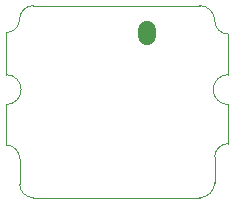
<source format=gbr>
G04 (created by PCBNEW (2013-may-18)-stable) date Sun 03 Jan 2016 01:53:16 PM EST*
%MOIN*%
G04 Gerber Fmt 3.4, Leading zero omitted, Abs format*
%FSLAX34Y34*%
G01*
G70*
G90*
G04 APERTURE LIST*
%ADD10C,0.00590551*%
%ADD11C,0.00393701*%
%ADD12C,0.059*%
G04 APERTURE END LIST*
G54D10*
G54D11*
X101700Y-41650D02*
X101700Y-43000D01*
X94300Y-41600D02*
X94300Y-43000D01*
G54D12*
X98984Y-41728D02*
X99000Y-41500D01*
G54D11*
X94300Y-44000D02*
X94300Y-45350D01*
X94300Y-44000D02*
G75*
G03X94800Y-43500I0J500D01*
G74*
G01*
X94800Y-43500D02*
G75*
G03X94300Y-43000I-500J0D01*
G74*
G01*
X101700Y-45300D02*
X101700Y-44000D01*
X101200Y-43500D02*
G75*
G03X101700Y-44000I500J0D01*
G74*
G01*
X101700Y-43000D02*
G75*
G03X101200Y-43500I0J-500D01*
G74*
G01*
X95200Y-40700D02*
X100750Y-40700D01*
X94300Y-41600D02*
G75*
G03X94750Y-41150I0J450D01*
G74*
G01*
X95200Y-40700D02*
G75*
G03X94750Y-41150I0J-450D01*
G74*
G01*
X95200Y-47100D02*
X100750Y-47100D01*
X94750Y-45800D02*
G75*
G03X94300Y-45350I-450J0D01*
G74*
G01*
X94750Y-45800D02*
X94750Y-46650D01*
X101700Y-41650D02*
G75*
G02X101250Y-41200I0J450D01*
G74*
G01*
X100750Y-40700D02*
G75*
G02X101250Y-41200I0J-500D01*
G74*
G01*
X100750Y-47100D02*
G75*
G03X101250Y-46600I0J500D01*
G74*
G01*
X101700Y-45300D02*
G75*
G03X101250Y-45750I0J-450D01*
G74*
G01*
X101250Y-46600D02*
X101250Y-45750D01*
X95200Y-47100D02*
G75*
G02X94750Y-46650I0J450D01*
G74*
G01*
M02*

</source>
